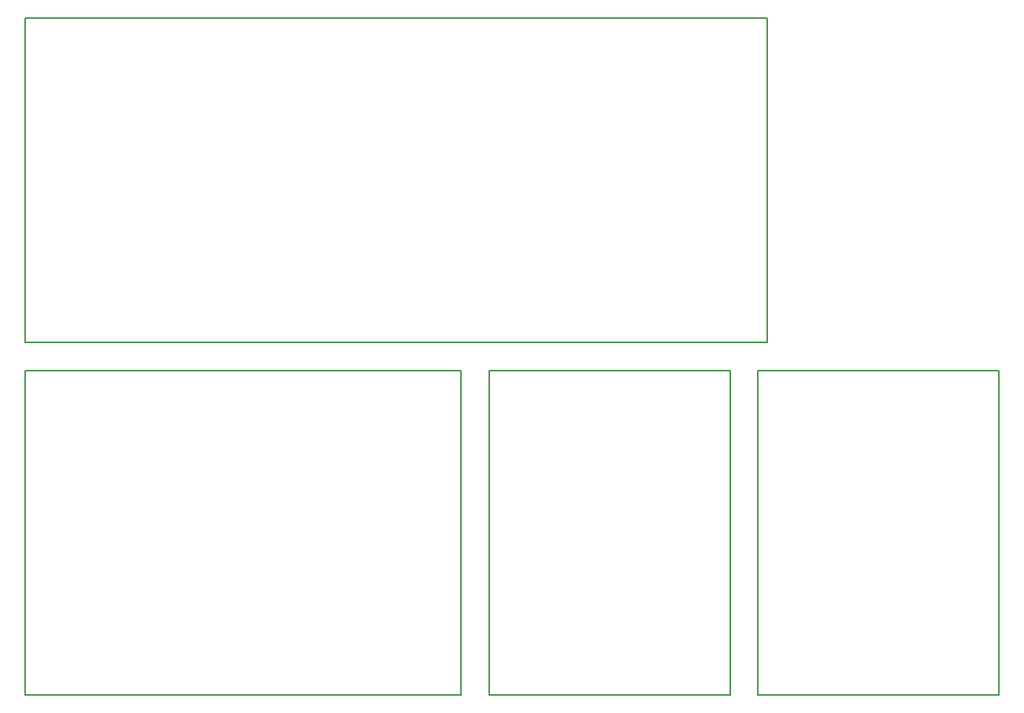
<source format=gm1>
G04 #@! TF.GenerationSoftware,KiCad,Pcbnew,(5.1.10-1-10_14)*
G04 #@! TF.CreationDate,2022-05-12T09:45:16+09:00*
G04 #@! TF.ProjectId,EH-900,45482d39-3030-42e6-9b69-6361645f7063,rev?*
G04 #@! TF.SameCoordinates,PX5f5e100PY510ff40*
G04 #@! TF.FileFunction,Profile,NP*
%FSLAX46Y46*%
G04 Gerber Fmt 4.6, Leading zero omitted, Abs format (unit mm)*
G04 Created by KiCad (PCBNEW (5.1.10-1-10_14)) date 2022-05-12 09:45:16*
%MOMM*%
%LPD*%
G01*
G04 APERTURE LIST*
G04 #@! TA.AperFunction,Profile*
%ADD10C,0.200000*%
G04 #@! TD*
G04 APERTURE END LIST*
D10*
X105000000Y35000000D02*
X105000000Y0D01*
X79000000Y0D02*
X105000000Y0D01*
X79000000Y35000000D02*
X105000000Y35000000D01*
X79000000Y35000000D02*
X79000000Y0D01*
X0Y73000000D02*
X80000000Y73000000D01*
X80000000Y73000000D02*
X80000000Y38000000D01*
X0Y38000000D02*
X80000000Y38000000D01*
X0Y73000000D02*
X0Y38000000D01*
X50000000Y35000000D02*
X76000000Y35000000D01*
X50000000Y0D02*
X50000000Y35000000D01*
X76000000Y0D02*
X50000000Y0D01*
X76000000Y35000000D02*
X76000000Y0D01*
X47000000Y35000000D02*
X0Y35000000D01*
X47000000Y35000000D02*
X47000000Y0D01*
X0Y0D02*
X47000000Y0D01*
X0Y35000000D02*
X0Y0D01*
M02*

</source>
